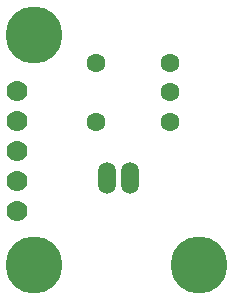
<source format=gbs>
*
*
G04 PADS 9.5 Build Number: 522968 generated Gerber (RS-274-X) file*
G04 PC Version=2.1*
*
%IN "PSDR_Encoder.pcb"*%
*
%MOIN*%
*
%FSLAX35Y35*%
*
*
*
*
G04 PC Standard Apertures*
*
*
G04 Thermal Relief Aperture macro.*
%AMTER*
1,1,$1,0,0*
1,0,$1-$2,0,0*
21,0,$3,$4,0,0,45*
21,0,$3,$4,0,0,135*
%
*
*
G04 Annular Aperture macro.*
%AMANN*
1,1,$1,0,0*
1,0,$2,0,0*
%
*
*
G04 Odd Aperture macro.*
%AMODD*
1,1,$1,0,0*
1,0,$1-0.005,0,0*
%
*
*
G04 PC Custom Aperture Macros*
*
*
*
*
*
*
G04 PC Aperture Table*
*
%ADD010C,0.001*%
%ADD048C,0.07*%
%ADD148O,0.05906X0.1063*%
%ADD149C,0.19*%
%ADD150C,0.063*%
*
*
*
*
G04 PC Circuitry*
G04 Layer Name PSDR_Encoder.pcb - circuitry*
%LPD*%
*
*
G04 PC Custom Flashes*
G04 Layer Name PSDR_Encoder.pcb - flashes*
%LPD*%
*
*
G04 PC Circuitry*
G04 Layer Name PSDR_Encoder.pcb - circuitry*
%LPD*%
*
G54D10*
G54D48*
G01X106000Y160000D03*
Y170000D03*
Y150000D03*
Y130000D03*
Y140000D03*
G54D148*
X136063Y141000D03*
X143937D03*
G54D149*
X111811Y188583D03*
Y111811D03*
X166929D03*
G54D150*
X157000Y159657D03*
Y179343D03*
Y169500D03*
X132394Y159657D03*
Y179343D03*
X0Y0D02*
M02*

</source>
